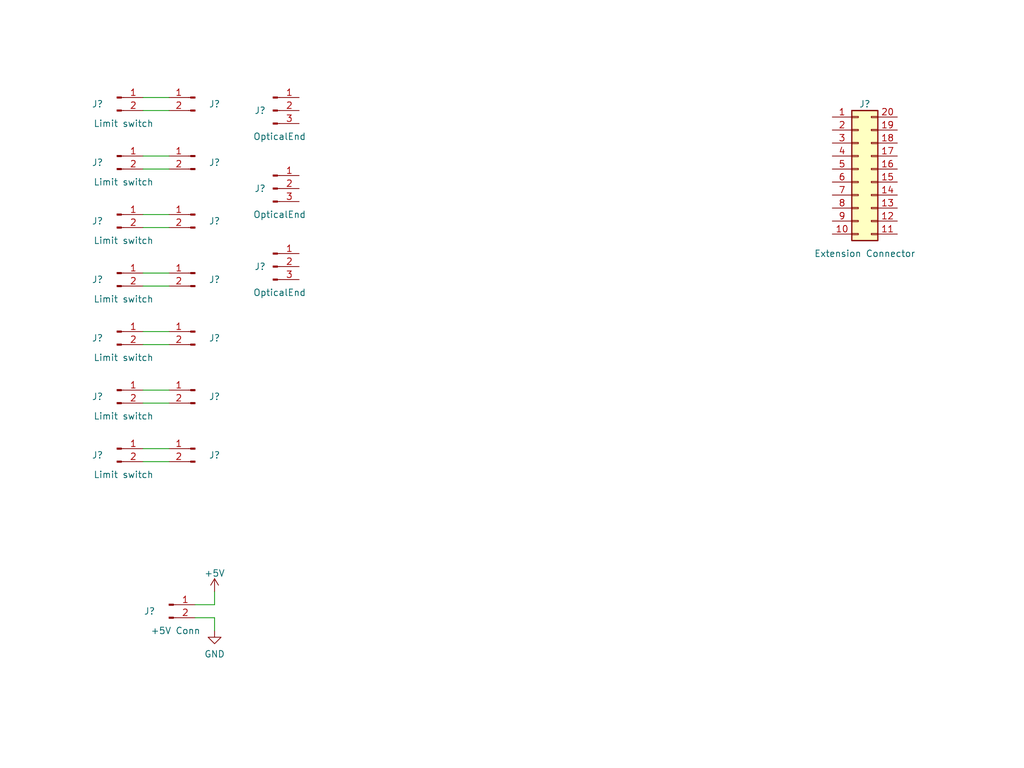
<source format=kicad_sch>
(kicad_sch (version 20211123) (generator eeschema)
  (paper "User" 200 150.012)
  (lib_symbols
    (symbol "Connector:Conn_01x02_Male" (pin_names (offset 1.016) hide)
      (property "Reference" "J" (at 0 2.54 0))
      (property "Value" "Conn_01x02_Male" (at 0 -5.08 0))
      (symbol "Conn_01x02_Male_1_1"
        (polyline (pts (xy 1.27 -2.54) (xy 0.8636 -2.54)) (stroke (width 0.1524)))
        (polyline (pts (xy 1.27 0) (xy 0.8636 0)) (stroke (width 0.1524)))
        (rectangle (start 0.8636 -2.413) (end 0 -2.667) (stroke (width 0.1524)) (fill (type outline)))
        (rectangle (start 0.8636 0.127) (end 0 -0.127) (stroke (width 0.1524)) (fill (type outline)))
        (pin passive line (at 5.08 0 180) (length 3.81) (name "Pin_1") (number "1"))
        (pin passive line (at 5.08 -2.54 180) (length 3.81) (name "Pin_2") (number "2"))
      )
    )
    (symbol "Connector:Conn_01x03_Male" (pin_names (offset 1.016) hide)
      (property "Reference" "J" (at 0 5.08 0))
      (property "Value" "Conn_01x03_Male" (at 0 -5.08 0))
      (symbol "Conn_01x03_Male_1_1"
        (polyline (pts (xy 1.27 -2.54) (xy 0.8636 -2.54)) (stroke (width 0.1524)))
        (polyline (pts (xy 1.27 0) (xy 0.8636 0)) (stroke (width 0.1524)))
        (polyline (pts (xy 1.27 2.54) (xy 0.8636 2.54)) (stroke (width 0.1524)))
        (rectangle (start 0.8636 -2.413) (end 0 -2.667) (stroke (width 0.1524)) (fill (type outline)))
        (rectangle (start 0.8636 0.127) (end 0 -0.127) (stroke (width 0.1524)) (fill (type outline)))
        (rectangle (start 0.8636 2.667) (end 0 2.413) (stroke (width 0.1524)) (fill (type outline)))
        (pin passive line (at 5.08 2.54 180) (length 3.81) (name "Pin_1") (number "1"))
        (pin passive line (at 5.08 0 180) (length 3.81) (name "Pin_2") (number "2"))
        (pin passive line (at 5.08 -2.54 180) (length 3.81) (name "Pin_3") (number "3"))
      )
    )
    (symbol "Connector_Generic:Conn_02x10_Counter_Clockwise" (pin_names (offset 1.016) hide)
      (property "Reference" "J" (at 1.27 12.7 0))
      (property "Value" "Conn_02x10_Counter_Clockwise" (at 1.27 -15.24 0))
      (symbol "Conn_02x10_Counter_Clockwise_1_1"
        (rectangle (start -1.27 -12.573) (end 0 -12.827) (stroke (width 0.1524)))
        (rectangle (start -1.27 -10.033) (end 0 -10.287) (stroke (width 0.1524)))
        (rectangle (start -1.27 -7.493) (end 0 -7.747) (stroke (width 0.1524)))
        (rectangle (start -1.27 -4.953) (end 0 -5.207) (stroke (width 0.1524)))
        (rectangle (start -1.27 -2.413) (end 0 -2.667) (stroke (width 0.1524)))
        (rectangle (start -1.27 0.127) (end 0 -0.127) (stroke (width 0.1524)))
        (rectangle (start -1.27 2.667) (end 0 2.413) (stroke (width 0.1524)))
        (rectangle (start -1.27 5.207) (end 0 4.953) (stroke (width 0.1524)))
        (rectangle (start -1.27 7.747) (end 0 7.493) (stroke (width 0.1524)))
        (rectangle (start -1.27 10.287) (end 0 10.033) (stroke (width 0.1524)))
        (rectangle (start -1.27 11.43) (end 3.81 -13.97) (stroke (width 0.254)) (fill (type background)))
        (rectangle (start 3.81 -12.573) (end 2.54 -12.827) (stroke (width 0.1524)))
        (rectangle (start 3.81 -10.033) (end 2.54 -10.287) (stroke (width 0.1524)))
        (rectangle (start 3.81 -7.493) (end 2.54 -7.747) (stroke (width 0.1524)))
        (rectangle (start 3.81 -4.953) (end 2.54 -5.207) (stroke (width 0.1524)))
        (rectangle (start 3.81 -2.413) (end 2.54 -2.667) (stroke (width 0.1524)))
        (rectangle (start 3.81 0.127) (end 2.54 -0.127) (stroke (width 0.1524)))
        (rectangle (start 3.81 2.667) (end 2.54 2.413) (stroke (width 0.1524)))
        (rectangle (start 3.81 5.207) (end 2.54 4.953) (stroke (width 0.1524)))
        (rectangle (start 3.81 7.747) (end 2.54 7.493) (stroke (width 0.1524)))
        (rectangle (start 3.81 10.287) (end 2.54 10.033) (stroke (width 0.1524)))
        (pin passive line (at -5.08 10.16 0) (length 3.81) (name "Pin_1") (number "1"))
        (pin passive line (at -5.08 -12.7 0) (length 3.81) (name "Pin_10") (number "10"))
        (pin passive line (at 7.62 -12.7 180) (length 3.81) (name "Pin_11") (number "11"))
        (pin passive line (at 7.62 -10.16 180) (length 3.81) (name "Pin_12") (number "12"))
        (pin passive line (at 7.62 -7.62 180) (length 3.81) (name "Pin_13") (number "13"))
        (pin passive line (at 7.62 -5.08 180) (length 3.81) (name "Pin_14") (number "14"))
        (pin passive line (at 7.62 -2.54 180) (length 3.81) (name "Pin_15") (number "15"))
        (pin passive line (at 7.62 0 180) (length 3.81) (name "Pin_16") (number "16"))
        (pin passive line (at 7.62 2.54 180) (length 3.81) (name "Pin_17") (number "17"))
        (pin passive line (at 7.62 5.08 180) (length 3.81) (name "Pin_18") (number "18"))
        (pin passive line (at 7.62 7.62 180) (length 3.81) (name "Pin_19") (number "19"))
        (pin passive line (at -5.08 7.62 0) (length 3.81) (name "Pin_2") (number "2"))
        (pin passive line (at 7.62 10.16 180) (length 3.81) (name "Pin_20") (number "20"))
        (pin passive line (at -5.08 5.08 0) (length 3.81) (name "Pin_3") (number "3"))
        (pin passive line (at -5.08 2.54 0) (length 3.81) (name "Pin_4") (number "4"))
        (pin passive line (at -5.08 0 0) (length 3.81) (name "Pin_5") (number "5"))
        (pin passive line (at -5.08 -2.54 0) (length 3.81) (name "Pin_6") (number "6"))
        (pin passive line (at -5.08 -5.08 0) (length 3.81) (name "Pin_7") (number "7"))
        (pin passive line (at -5.08 -7.62 0) (length 3.81) (name "Pin_8") (number "8"))
        (pin passive line (at -5.08 -10.16 0) (length 3.81) (name "Pin_9") (number "9"))
      )
    )
    (symbol "power:+5V" (power) (pin_names (offset 0))
      (property "Value" "+5V" (at 0 3.556 0))
      (symbol "+5V_0_1"
        (polyline (pts (xy -0.762 1.27) (xy 0 2.54)))
        (polyline (pts (xy 0 0) (xy 0 2.54)))
        (polyline (pts (xy 0 2.54) (xy 0.762 1.27)))
      )
      (symbol "+5V_1_1"
        (pin power_in line (at 0 0 90) (length 0) hide (name "+5V") (number "1"))
      )
    )
    (symbol "power:GND" (power) (pin_names (offset 0))
      (property "Value" "GND" (at 0 -3.81 0))
      (symbol "GND_0_1"
        (polyline (pts (xy 0 0) (xy 0 -1.27) (xy 1.27 -1.27) (xy 0 -2.54) (xy -1.27 -1.27) (xy 0 -1.27)))
      )
      (symbol "GND_1_1"
        (pin power_in line (at 0 0 270) (length 0) hide (name "GND") (number "1"))
      )
    )
  )
  (wire (pts (xy 27.94 21.59) (xy 33.02 21.59)))
  (wire (pts (xy 27.94 64.77) (xy 33.02 64.77)))
  (wire (pts (xy 27.94 67.31) (xy 33.02 67.31)))
  (wire (pts (xy 41.91 120.65) (xy 41.91 123.19)))
  (wire (pts (xy 27.94 87.63) (xy 33.02 87.63)))
  (wire (pts (xy 27.94 33.02) (xy 33.02 33.02)))
  (wire (pts (xy 27.94 53.34) (xy 33.02 53.34)))
  (wire (pts (xy 27.94 30.48) (xy 33.02 30.48)))
  (wire (pts (xy 38.1 120.65) (xy 41.91 120.65)))
  (wire (pts (xy 27.94 19.05) (xy 33.02 19.05)))
  (wire (pts (xy 27.94 44.45) (xy 33.02 44.45)))
  (wire (pts (xy 27.94 76.2) (xy 33.02 76.2)))
  (wire (pts (xy 27.94 55.88) (xy 33.02 55.88)))
  (wire (pts (xy 27.94 41.91) (xy 33.02 41.91)))
  (wire (pts (xy 27.94 90.17) (xy 33.02 90.17)))
  (wire (pts (xy 27.94 78.74) (xy 33.02 78.74)))
  (wire (pts (xy 41.91 115.57) (xy 41.91 118.11)))
  (wire (pts (xy 38.1 118.11) (xy 41.91 118.11)))
  (symbol (lib_id "Connector:Conn_01x02_Male") (at 22.86 53.34 0) (unit 1)
    (property "Reference" "J?" (at 19.05 54.61 0))
    (property "Value" "Limit switch" (at 24.13 58.42 0))
  )
  (symbol (lib_id "Connector:Conn_01x03_Male") (at 53.34 52.07 0) (unit 1)
    (property "Reference" "J?" (at 50.8 52.07 0))
    (property "Value" "OpticalEnd" (at 54.61 57.15 0))
  )
  (symbol (lib_id "Connector:Conn_01x02_Male") (at 22.86 30.48 0) (unit 1)
    (property "Reference" "J?" (at 19.05 31.75 0))
    (property "Value" "Limit switch" (at 24.13 35.56 0))
  )
  (symbol (lib_id "power:+5V") (at 41.91 115.57 0) (unit 1)
    (property "Reference" "#PWR?" (effects hide))
    (property "Value" "+5V" (at 41.91 111.9655 0))
  )
  (symbol (lib_id "Connector:Conn_01x02_Male") (at 38.1 87.63 0) (mirror y) (unit 1)
    (property "Reference" "J?" (at 41.91 88.9 0))
    (property "Value" "Limit switch" (effects hide))
  )
  (symbol (lib_id "Connector:Conn_01x02_Male") (at 22.86 76.2 0) (unit 1)
    (property "Reference" "J?" (at 19.05 77.47 0))
    (property "Value" "Limit switch" (at 24.13 81.28 0))
  )
  (symbol (lib_id "Connector:Conn_01x02_Male") (at 38.1 64.77 0) (mirror y) (unit 1)
    (property "Reference" "J?" (at 41.91 66.04 0))
    (property "Value" "Limit switch" (effects hide))
  )
  (symbol (lib_id "Connector:Conn_01x02_Male") (at 22.86 64.77 0) (unit 1)
    (property "Reference" "J?" (at 19.05 66.04 0))
    (property "Value" "Limit switch" (at 24.13 69.85 0))
  )
  (symbol (lib_id "Connector:Conn_01x02_Male") (at 38.1 76.2 0) (mirror y) (unit 1)
    (property "Reference" "J?" (at 41.91 77.47 0))
    (property "Value" "Limit switch" (effects hide))
  )
  (symbol (lib_id "Connector:Conn_01x02_Male") (at 38.1 53.34 0) (mirror y) (unit 1)
    (property "Reference" "J?" (at 41.91 54.61 0))
    (property "Value" "Limit switch" (effects hide))
  )
  (symbol (lib_id "Connector:Conn_01x03_Male") (at 53.34 36.83 0) (unit 1)
    (property "Reference" "J?" (at 50.8 36.83 0))
    (property "Value" "OpticalEnd" (at 54.61 41.91 0))
  )
  (symbol (lib_id "Connector:Conn_01x02_Male") (at 33.02 118.11 0) (unit 1)
    (property "Reference" "J?" (at 29.21 119.38 0))
    (property "Value" "+5V Conn" (at 34.29 123.19 0))
  )
  (symbol (lib_id "Connector:Conn_01x02_Male") (at 38.1 30.48 0) (mirror y) (unit 1)
    (property "Reference" "J?" (at 41.91 31.75 0))
    (property "Value" "Limit switch" (effects hide))
  )
  (symbol (lib_id "Connector:Conn_01x02_Male") (at 38.1 41.91 0) (mirror y) (unit 1)
    (property "Reference" "J?" (at 41.91 43.18 0))
    (property "Value" "Limit switch" (effects hide))
  )
  (symbol (lib_id "Connector:Conn_01x03_Male") (at 53.34 21.59 0) (unit 1)
    (property "Reference" "J?" (at 50.8 21.59 0))
    (property "Value" "OpticalEnd" (at 54.61 26.67 0))
  )
  (symbol (lib_id "Connector_Generic:Conn_02x10_Counter_Clockwise") (at 167.64 33.02 0) (unit 1)
    (property "Reference" "J?" (at 168.91 20.32 0))
    (property "Value" "Extension Connector" (at 168.91 49.53 0))
  )
  (symbol (lib_id "Connector:Conn_01x02_Male") (at 22.86 87.63 0) (unit 1)
    (property "Reference" "J?" (at 19.05 88.9 0))
    (property "Value" "Limit switch" (at 24.13 92.71 0))
  )
  (symbol (lib_id "Connector:Conn_01x02_Male") (at 38.1 19.05 0) (mirror y) (unit 1)
    (property "Reference" "J?" (at 41.91 20.32 0))
    (property "Value" "Limit switch" (effects hide))
  )
  (symbol (lib_id "Connector:Conn_01x02_Male") (at 22.86 19.05 0) (unit 1)
    (property "Reference" "J?" (at 19.05 20.32 0))
    (property "Value" "Limit switch" (at 24.13 24.13 0))
  )
  (symbol (lib_id "power:GND") (at 41.91 123.19 0) (unit 1)
    (property "Reference" "#PWR?" (effects hide))
    (property "Value" "GND" (at 41.91 127.7525 0))
  )
  (symbol (lib_id "Connector:Conn_01x02_Male") (at 22.86 41.91 0) (unit 1)
    (property "Reference" "J?" (at 19.05 43.18 0))
    (property "Value" "Limit switch" (at 24.13 46.99 0))
  )
)
</source>
